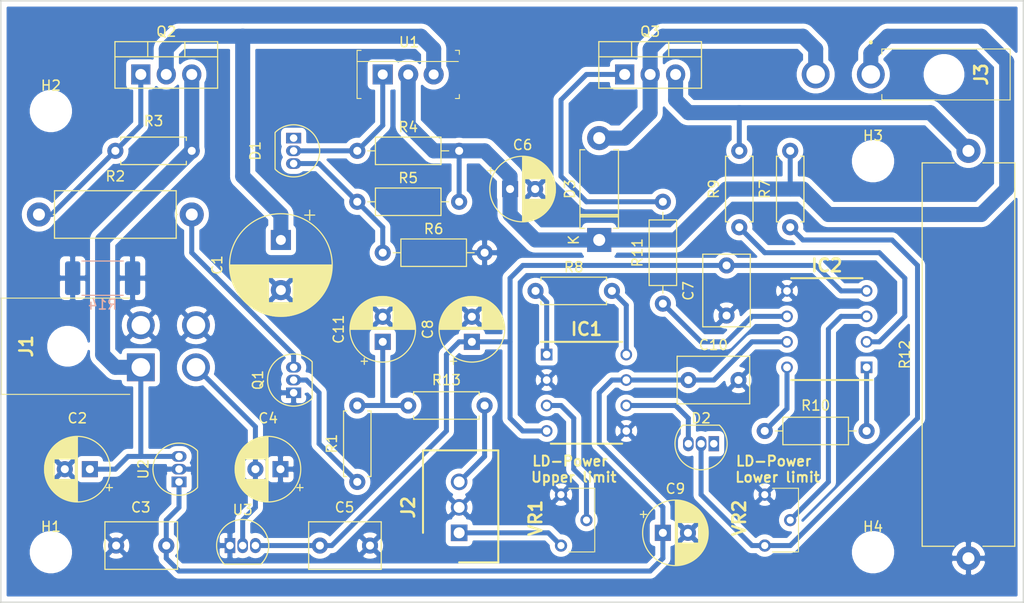
<source format=kicad_pcb>
(kicad_pcb (version 20171130) (host pcbnew 5.0.2+dfsg1-1)
  (layers (0 F.Cu signal hide) (31 B.Cu signal hide) (34 B.Paste user hide) (35 F.Paste user hide) (36 B.SilkS user hide) (37 F.SilkS user) (38 B.Mask user) (39 F.Mask user hide) (44 Edge.Cuts user))
  (net 0 "")
  (net 1 "Net-(C1-Pad1)")
  (net 2 GND)
  (net 3 "Net-(D1-Pad3)")
  (net 4 "Net-(D1-Pad2)")
  (net 5 "Net-(D2-Pad2)")
  (net 6 "Net-(D2-Pad3)")
  (net 7 "Net-(IC1-Pad1)")
  (net 8 "Net-(IC1-Pad3)")
  (net 9 "Net-(IC1-Pad8)")
  (net 10 "Net-(IC2-Pad8)")
  (net 11 "Net-(IC2-Pad2)")
  (net 12 "Net-(IC2-Pad1)")
  (net 13 "Net-(Q1-Pad2)")
  (net 14 "Net-(Q1-Pad3)")
  (net 15 "Net-(Q2-Pad1)")
  (net 16 "Net-(Q3-Pad1)")
  (net 17 /12V)
  (net 18 /9V)
  (net 19 /-12V)
  (net 20 /-9V)
  (net 21 /LD_power)
  (net 22 /LD_control)
  (net 23 /LD_On)
  (net 24 /I_control)
  (net 25 /I_set)
  (net 26 /I_Fb)
  (net 27 "Net-(C11-Pad1)")
  (net 28 "Net-(D3-Pad2)")
  (module Resistor_THT:R_Axial_DIN0207_L6.3mm_D2.5mm_P7.62mm_Horizontal (layer F.Cu) (at 180.34 83.82 270)
    (fp_text reference R7 (at 3.81 2.54 270) (layer F.SilkS))
    (fp_text value 511k)
    (pad 2 thru_hole oval (at 7.62 0 270) (size 1.6 1.6) (drill 0.8) (layers *.Cu *.Mask) (net 5 "Net-(D2-Pad2)"))
    (pad 1 thru_hole circle (at 0 0 270) (size 1.6 1.6) (drill 0.8) (layers *.Cu *.Mask) (net 21 /LD_power))
  )
  (module Package_TO_SOT_THT:TO-92_Inline (layer F.Cu) (at 172.72 113.03 180)
    (fp_text reference D2 (at 1.27 2.54 180) (layer F.SilkS))
    (fp_text value ICL8069)
    (pad 1 thru_hole rect (at 0 0 180) (size 1.05 1.5) (drill 0.75) (layers *.Cu *.Mask))
    (pad 3 thru_hole oval (at 2.54 0 180) (size 1.05 1.5) (drill 0.75) (layers *.Cu *.Mask) (net 6 "Net-(D2-Pad3)") (clearance 0.2))
    (pad 2 thru_hole oval (at 1.27 0 180) (size 1.05 1.5) (drill 0.75) (layers *.Cu *.Mask) (net 5 "Net-(D2-Pad2)") (clearance 0.2))
  )
  (module SamacSys_Parts:SHDR3W65P0X254_1X3_1097X721X1110P (layer F.Cu) (at 147.32 121.92 270)
    (fp_text reference J2 (at -2.54 5.08 270) (layer F.SilkS) (effects (font (size 1.27 1.27) (thickness 0.254))))
    (fp_text value 90136-1103 hide)
    (pad 3 thru_hole circle (at -5.08 0 270) (size 1.65 1.65) (drill 1.1) (layers *.Cu *.Mask) (net 23 /LD_On))
    (pad 2 thru_hole circle (at -2.54 0 270) (size 1.65 1.65) (drill 1.1) (layers *.Cu *.Mask) (net 2 GND))
    (pad 1 thru_hole rect (at 0 0 270) (size 1.65 1.65) (drill 1.1) (layers *.Cu *.Mask) (net 22 /LD_control))
  )
  (module Capacitor_THT:CP_Radial_D10.0mm_P5.00mm (layer F.Cu) (at 129.54 92.71 270)
    (fp_text reference C1 (at 2.5 6.35 270) (layer F.SilkS))
    (fp_text value 1000uF)
    (pad 2 thru_hole circle (at 5 0 270) (size 2 2) (drill 1) (layers *.Cu *.Mask) (net 2 GND))
    (pad 1 thru_hole rect (at 0 0 270) (size 2 2) (drill 1) (layers *.Cu *.Mask) (net 1 "Net-(C1-Pad1)"))
  )
  (module Capacitor_THT:CP_Radial_D6.3mm_P2.50mm (layer F.Cu) (at 110.49 115.57 180)
    (fp_text reference C2 (at 1.25 5.08 180) (layer F.SilkS))
    (fp_text value 10uF)
    (pad 2 thru_hole circle (at 2.5 0 180) (size 1.6 1.6) (drill 0.8) (layers *.Cu *.Mask) (net 2 GND))
    (pad 1 thru_hole rect (at 0 0 180) (size 1.6 1.6) (drill 0.8) (layers *.Cu *.Mask) (net 17 /12V))
  )
  (module Capacitor_THT:C_Rect_L7.0mm_W4.5mm_P5.00mm (layer F.Cu) (at 118.11 123.19 180)
    (fp_text reference C3 (at 2.54 3.81 180) (layer F.SilkS))
    (fp_text value 0.1uF)
    (pad 2 thru_hole circle (at 5 0 180) (size 1.6 1.6) (drill 0.8) (layers *.Cu *.Mask) (net 2 GND))
    (pad 1 thru_hole circle (at 0 0 180) (size 1.6 1.6) (drill 0.8) (layers *.Cu *.Mask) (net 18 /9V))
  )
  (module Capacitor_THT:CP_Radial_D6.3mm_P2.50mm (layer F.Cu) (at 129.5 115.57 180)
    (fp_text reference C4 (at 1.23 5.08 180) (layer F.SilkS))
    (fp_text value 10uF)
    (pad 2 thru_hole circle (at 2.5 0 180) (size 1.6 1.6) (drill 0.8) (layers *.Cu *.Mask) (net 19 /-12V))
    (pad 1 thru_hole rect (at 0 0 180) (size 1.6 1.6) (drill 0.8) (layers *.Cu *.Mask) (net 2 GND))
  )
  (module Capacitor_THT:C_Rect_L7.0mm_W4.5mm_P5.00mm (layer F.Cu) (at 138.43 123.19 180)
    (fp_text reference C5 (at 2.54 3.81 180) (layer F.SilkS))
    (fp_text value 0.1uF)
    (pad 1 thru_hole circle (at 0 0 180) (size 1.6 1.6) (drill 0.8) (layers *.Cu *.Mask) (net 2 GND))
    (pad 2 thru_hole circle (at 5 0 180) (size 1.6 1.6) (drill 0.8) (layers *.Cu *.Mask) (net 20 /-9V))
  )
  (module Capacitor_THT:CP_Radial_D6.3mm_P2.50mm (layer F.Cu) (at 152.4 87.63)
    (fp_text reference C6 (at 1.25 -4.4) (layer F.SilkS))
    (fp_text value 47uF)
    (pad 2 thru_hole circle (at 2.5 0) (size 1.6 1.6) (drill 0.8) (layers *.Cu *.Mask) (net 2 GND))
    (pad 1 thru_hole rect (at 0 0) (size 1.6 1.6) (drill 0.8) (layers *.Cu *.Mask) (net 21 /LD_power))
  )
  (module Capacitor_THT:C_Rect_L7.0mm_W4.5mm_P5.00mm (layer F.Cu) (at 173.99 95.25 270)
    (fp_text reference C7 (at 2.54 3.81 270) (layer F.SilkS))
    (fp_text value 0.1uF)
    (pad 1 thru_hole circle (at 0 0 270) (size 1.6 1.6) (drill 0.8) (layers *.Cu *.Mask) (net 20 /-9V))
    (pad 2 thru_hole circle (at 5 0 270) (size 1.6 1.6) (drill 0.8) (layers *.Cu *.Mask) (net 2 GND))
  )
  (module Capacitor_THT:CP_Radial_D6.3mm_P2.50mm (layer F.Cu) (at 148.59 102.87 90)
    (fp_text reference C8 (at 1.25 -4.4 90) (layer F.SilkS))
    (fp_text value 10uF)
    (pad 1 thru_hole rect (at 0 0 90) (size 1.6 1.6) (drill 0.8) (layers *.Cu *.Mask) (net 20 /-9V))
    (pad 2 thru_hole circle (at 2.5 0 90) (size 1.6 1.6) (drill 0.8) (layers *.Cu *.Mask) (net 2 GND))
  )
  (module Capacitor_THT:CP_Radial_D6.3mm_P2.50mm (layer F.Cu) (at 167.64 121.92)
    (fp_text reference C9 (at 1.25 -4.4) (layer F.SilkS))
    (fp_text value 10uF)
    (pad 1 thru_hole rect (at 0 0) (size 1.6 1.6) (drill 0.8) (layers *.Cu *.Mask) (net 18 /9V))
    (pad 2 thru_hole circle (at 2.5 0) (size 1.6 1.6) (drill 0.8) (layers *.Cu *.Mask) (net 2 GND))
  )
  (module Capacitor_THT:C_Rect_L7.0mm_W4.5mm_P5.00mm (layer F.Cu) (at 170.18 106.68)
    (fp_text reference C10 (at 2.5 -3.5) (layer F.SilkS))
    (fp_text value 0.1uF)
    (pad 1 thru_hole circle (at 0 0) (size 1.6 1.6) (drill 0.8) (layers *.Cu *.Mask) (net 18 /9V))
    (pad 2 thru_hole circle (at 5 0) (size 1.6 1.6) (drill 0.8) (layers *.Cu *.Mask) (net 2 GND))
  )
  (module Package_TO_SOT_THT:TO-92_Inline (layer F.Cu) (at 130.81 82.55 270)
    (fp_text reference D1 (at 1.27 3.81 270) (layer F.SilkS))
    (fp_text value LM329)
    (pad 1 thru_hole rect (at 0 0 270) (size 1.05 1.5) (drill 0.75) (layers *.Cu *.Mask))
    (pad 3 thru_hole oval (at 2.54 0 270) (size 1.05 1.5) (drill 0.75) (layers *.Cu *.Mask) (net 3 "Net-(D1-Pad3)") (clearance 0.2))
    (pad 2 thru_hole oval (at 1.27 0 270) (size 1.05 1.5) (drill 0.75) (layers *.Cu *.Mask) (net 4 "Net-(D1-Pad2)") (clearance 0.2))
  )
  (module SamacSys_Parts:DIP794W56P254L959H533Q8N (layer F.Cu) (at 160.02 107.95)
    (fp_text reference IC1 (at 0 -6.35) (layer F.SilkS) (effects (font (size 1.27 1.27) (thickness 0.254))))
    (fp_text value AD620ANZ hide)
    (pad 1 thru_hole rect (at -3.97 -3.81) (size 1.16 1.16) (drill 0.76) (layers *.Cu *.Mask) (net 7 "Net-(IC1-Pad1)"))
    (pad 2 thru_hole circle (at -3.97 -1.27) (size 1.16 1.16) (drill 0.76) (layers *.Cu *.Mask) (net 2 GND))
    (pad 3 thru_hole circle (at -3.97 1.27) (size 1.16 1.16) (drill 0.76) (layers *.Cu *.Mask) (net 8 "Net-(IC1-Pad3)"))
    (pad 4 thru_hole circle (at -3.97 3.81) (size 1.16 1.16) (drill 0.76) (layers *.Cu *.Mask) (net 20 /-9V))
    (pad 5 thru_hole circle (at 3.97 3.81) (size 1.16 1.16) (drill 0.76) (layers *.Cu *.Mask) (net 2 GND))
    (pad 6 thru_hole circle (at 3.97 1.27) (size 1.16 1.16) (drill 0.76) (layers *.Cu *.Mask) (net 6 "Net-(D2-Pad3)"))
    (pad 7 thru_hole circle (at 3.97 -1.27) (size 1.16 1.16) (drill 0.76) (layers *.Cu *.Mask) (net 18 /9V))
    (pad 8 thru_hole circle (at 3.97 -3.81) (size 1.16 1.16) (drill 0.76) (layers *.Cu *.Mask) (net 9 "Net-(IC1-Pad8)"))
  )
  (module SamacSys_Parts:DIP794W56P254L959H533Q8N (layer F.Cu) (at 183.99 101.6 180)
    (fp_text reference IC2 (at 0 6.35 180) (layer F.SilkS) (effects (font (size 1.27 1.27) (thickness 0.254))))
    (fp_text value AD620ANZ hide)
    (pad 1 thru_hole rect (at -3.97 -3.81 180) (size 1.16 1.16) (drill 0.76) (layers *.Cu *.Mask) (net 12 "Net-(IC2-Pad1)"))
    (pad 2 thru_hole circle (at -3.97 -1.27 180) (size 1.16 1.16) (drill 0.76) (layers *.Cu *.Mask) (net 11 "Net-(IC2-Pad2)"))
    (pad 3 thru_hole circle (at -3.97 1.27 180) (size 1.16 1.16) (drill 0.76) (layers *.Cu *.Mask) (net 25 /I_set))
    (pad 4 thru_hole circle (at -3.97 3.81 180) (size 1.16 1.16) (drill 0.76) (layers *.Cu *.Mask) (net 20 /-9V))
    (pad 5 thru_hole circle (at 3.97 3.81 180) (size 1.16 1.16) (drill 0.76) (layers *.Cu *.Mask) (net 2 GND))
    (pad 6 thru_hole circle (at 3.97 1.27 180) (size 1.16 1.16) (drill 0.76) (layers *.Cu *.Mask) (net 24 /I_control))
    (pad 7 thru_hole circle (at 3.97 -1.27 180) (size 1.16 1.16) (drill 0.76) (layers *.Cu *.Mask) (net 18 /9V))
    (pad 8 thru_hole circle (at 3.97 -3.81 180) (size 1.16 1.16) (drill 0.76) (layers *.Cu *.Mask) (net 10 "Net-(IC2-Pad8)"))
  )
  (module SamacSys_Parts:1724480004 (layer F.Cu) (at 115.57 105.41 270)
    (fp_text reference J1 (at -2.1 11.43 270) (layer F.SilkS) (effects (font (size 1.27 1.27) (thickness 0.254))))
    (fp_text value 172448-0004 hide)
    (pad 5 np_thru_hole circle (at -2.1 7.3 270) (size 3.05 0) (drill 3.05) (layers *.Cu *.Mask))
    (pad 4 thru_hole circle (at -4.2 -5.5 270) (size 2.775 2.775) (drill 1.85) (layers *.Cu *.Mask) (net 2 GND))
    (pad 3 thru_hole circle (at 0 -5.5 270) (size 2.775 2.775) (drill 1.85) (layers *.Cu *.Mask) (net 19 /-12V))
    (pad 2 thru_hole circle (at -4.2 0 270) (size 2.775 2.775) (drill 1.85) (layers *.Cu *.Mask) (net 2 GND))
    (pad 1 thru_hole rect (at 0 0 270) (size 2.775 2.775) (drill 1.85) (layers *.Cu *.Mask) (net 17 /12V))
  )
  (module SamacSys_Parts:1724480002 (layer F.Cu) (at 188.38 76.2 90)
    (fp_text reference J3 (at 0 11.01 90) (layer F.SilkS) (effects (font (size 1.27 1.27) (thickness 0.254))))
    (fp_text value 172448-0002 hide)
    (pad MH1 np_thru_hole circle (at 0 7.3 90) (size 3.05 0) (drill 3.05) (layers *.Cu *.Mask))
    (pad 2 thru_hole circle (at 0 -5.5 90) (size 2.775 2.775) (drill 1.85) (layers *.Cu *.Mask) (net 28 "Net-(D3-Pad2)"))
    (pad 1 thru_hole circle (at 0 0 90) (size 2.775 2.775) (drill 1.85) (layers *.Cu *.Mask) (net 21 /LD_power))
  )
  (module Package_TO_SOT_THT:TO-92_Inline (layer F.Cu) (at 130.81 107.95 90)
    (fp_text reference Q1 (at 1.27 -3.56 90) (layer F.SilkS))
    (fp_text value 2N3904)
    (pad 1 thru_hole rect (at 0 0 90) (size 1.05 1.5) (drill 0.75) (layers *.Cu *.Mask) (net 2 GND) (clearance 0.2))
    (pad 3 thru_hole oval (at 2.54 0 90) (size 1.05 1.5) (drill 0.75) (layers *.Cu *.Mask) (net 14 "Net-(Q1-Pad3)") (clearance 0.2))
    (pad 2 thru_hole oval (at 1.27 0 90) (size 1.05 1.5) (drill 0.75) (layers *.Cu *.Mask) (net 13 "Net-(Q1-Pad2)") (clearance 0.2))
  )
  (module Package_TO_SOT_THT:TO-220-3_Vertical (layer F.Cu) (at 115.57 76.2)
    (fp_text reference Q2 (at 2.54 -4.27) (layer F.SilkS))
    (fp_text value TIP42C)
    (pad 3 thru_hole oval (at 5.08 0) (size 1.905 2) (drill 1.1) (layers *.Cu *.Mask) (net 17 /12V))
    (pad 2 thru_hole oval (at 2.54 0) (size 1.905 2) (drill 1.1) (layers *.Cu *.Mask) (net 1 "Net-(C1-Pad1)"))
    (pad 1 thru_hole rect (at 0 0) (size 1.905 2) (drill 1.1) (layers *.Cu *.Mask) (net 15 "Net-(Q2-Pad1)"))
  )
  (module Package_TO_SOT_THT:TO-220-3_Vertical (layer F.Cu) (at 163.83 76.2)
    (fp_text reference Q3 (at 2.54 -4.27) (layer F.SilkS))
    (fp_text value BD911)
    (pad 1 thru_hole rect (at 0 0) (size 1.905 2) (drill 1.1) (layers *.Cu *.Mask) (net 16 "Net-(Q3-Pad1)"))
    (pad 2 thru_hole oval (at 2.54 0) (size 1.905 2) (drill 1.1) (layers *.Cu *.Mask) (net 28 "Net-(D3-Pad2)"))
    (pad 3 thru_hole oval (at 5.08 0) (size 1.905 2) (drill 1.1) (layers *.Cu *.Mask) (net 26 /I_Fb))
  )
  (module Resistor_THT:R_Axial_DIN0414_L11.9mm_D4.5mm_P15.24mm_Horizontal (layer F.Cu) (at 120.65 90.17 180)
    (fp_text reference R2 (at 7.62 3.81 180) (layer F.SilkS))
    (fp_text value "150R 1W")
    (pad 2 thru_hole oval (at 15.24 0 180) (size 2.4 2.4) (drill 1.2) (layers *.Cu *.Mask) (net 15 "Net-(Q2-Pad1)"))
    (pad 1 thru_hole circle (at 0 0 180) (size 2.4 2.4) (drill 1.2) (layers *.Cu *.Mask) (net 14 "Net-(Q1-Pad3)"))
  )
  (module Resistor_THT:R_Axial_DIN0207_L6.3mm_D2.5mm_P10.16mm_Horizontal (layer F.Cu) (at 137.16 83.82)
    (fp_text reference R4 (at 5.08 -2.37) (layer F.SilkS))
    (fp_text value 2k)
    (pad 1 thru_hole circle (at 0 0) (size 1.6 1.6) (drill 0.8) (layers *.Cu *.Mask) (net 4 "Net-(D1-Pad2)"))
    (pad 2 thru_hole oval (at 10.16 0) (size 1.6 1.6) (drill 0.8) (layers *.Cu *.Mask) (net 21 /LD_power))
  )
  (module Resistor_THT:R_Axial_DIN0207_L6.3mm_D2.5mm_P10.16mm_Horizontal (layer F.Cu) (at 137.16 88.9)
    (fp_text reference R5 (at 5.08 -2.37) (layer F.SilkS))
    (fp_text value 1k4)
    (pad 1 thru_hole circle (at 0 0) (size 1.6 1.6) (drill 0.8) (layers *.Cu *.Mask) (net 3 "Net-(D1-Pad3)"))
    (pad 2 thru_hole oval (at 10.16 0) (size 1.6 1.6) (drill 0.8) (layers *.Cu *.Mask) (net 21 /LD_power))
  )
  (module Resistor_THT:R_Axial_DIN0207_L6.3mm_D2.5mm_P10.16mm_Horizontal (layer F.Cu) (at 139.7 93.98)
    (fp_text reference R6 (at 5.08 -2.37) (layer F.SilkS))
    (fp_text value 249R)
    (pad 1 thru_hole circle (at 0 0) (size 1.6 1.6) (drill 0.8) (layers *.Cu *.Mask) (net 3 "Net-(D1-Pad3)"))
    (pad 2 thru_hole oval (at 10.16 0) (size 1.6 1.6) (drill 0.8) (layers *.Cu *.Mask) (net 2 GND))
  )
  (module Resistor_THT:R_Axial_DIN0207_L6.3mm_D2.5mm_P10.16mm_Horizontal (layer F.Cu) (at 187.96 111.76 180)
    (fp_text reference R10 (at 5.08 2.54 180) (layer F.SilkS))
    (fp_text value 249R)
    (pad 1 thru_hole circle (at 0 0 180) (size 1.6 1.6) (drill 0.8) (layers *.Cu *.Mask) (net 12 "Net-(IC2-Pad1)"))
    (pad 2 thru_hole oval (at 10.16 0 180) (size 1.6 1.6) (drill 0.8) (layers *.Cu *.Mask) (net 10 "Net-(IC2-Pad8)"))
  )
  (module digikey-footprints:TO-220-3 (layer F.Cu) (at 139.7 76.2)
    (fp_text reference U1 (at 2.62 -3.22) (layer F.SilkS))
    (fp_text value LM338)
    (pad 3 thru_hole circle (at 5.08 0) (size 2 2) (drill 1) (layers *.Cu *.Mask) (net 1 "Net-(C1-Pad1)"))
    (pad 2 thru_hole circle (at 2.54 0) (size 2 2) (drill 1) (layers *.Cu *.Mask) (net 21 /LD_power))
    (pad 1 thru_hole rect (at 0 0) (size 2 2) (drill 1) (layers *.Cu *.Mask) (net 4 "Net-(D1-Pad2)"))
  )
  (module Package_TO_SOT_THT:TO-92_Inline (layer F.Cu) (at 119.38 116.84 90)
    (fp_text reference U2 (at 1.27 -3.56 90) (layer F.SilkS))
    (fp_text value L78L09)
    (pad 1 thru_hole rect (at 0 0 90) (size 1.05 1.5) (drill 0.75) (layers *.Cu *.Mask) (net 18 /9V) (clearance 0.2))
    (pad 3 thru_hole oval (at 2.54 0 90) (size 1.05 1.5) (drill 0.75) (layers *.Cu *.Mask) (net 17 /12V) (clearance 0.2))
    (pad 2 thru_hole oval (at 1.27 0 90) (size 1.05 1.5) (drill 0.75) (layers *.Cu *.Mask) (net 2 GND) (clearance 0.2))
  )
  (module Package_TO_SOT_THT:TO-92_Inline (layer F.Cu) (at 124.46 123.19)
    (fp_text reference U3 (at 1.27 -3.56) (layer F.SilkS))
    (fp_text value L79L09)
    (pad 2 thru_hole oval (at 1.27 0) (size 1.05 1.5) (drill 0.75) (layers *.Cu *.Mask) (net 19 /-12V) (clearance 0.2))
    (pad 3 thru_hole oval (at 2.54 0) (size 1.05 1.5) (drill 0.75) (layers *.Cu *.Mask) (net 20 /-9V) (clearance 0.2))
    (pad 1 thru_hole rect (at 0 0) (size 1.05 1.5) (drill 0.75) (layers *.Cu *.Mask) (net 2 GND) (clearance 0.2))
  )
  (module SamacSys_Parts:64WR2KLF (layer F.Cu) (at 157.48 118.11 270)
    (fp_text reference VR1 (at 2.328 2.54 270) (layer F.SilkS) (effects (font (size 1.27 1.27) (thickness 0.254))))
    (fp_text value 64WR2KLF hide)
    (pad 3 thru_hole circle (at 5.08 0 270) (size 1.217 1.217) (drill 0.71) (layers *.Cu *.Mask) (net 22 /LD_control))
    (pad 2 thru_hole circle (at 2.54 -2.54 270) (size 1.217 1.217) (drill 0.71) (layers *.Cu *.Mask) (net 8 "Net-(IC1-Pad3)"))
    (pad 1 thru_hole circle (at 0 0 270) (size 1.217 1.217) (drill 0.71) (layers *.Cu *.Mask) (net 2 GND))
  )
  (module SamacSys_Parts:64WR2KLF (layer F.Cu) (at 177.8 118.11 270)
    (fp_text reference VR2 (at 2.328 2.54 270) (layer F.SilkS) (effects (font (size 1.27 1.27) (thickness 0.254))))
    (fp_text value 64WR2KLF hide)
    (pad 1 thru_hole circle (at 0 0 270) (size 1.217 1.217) (drill 0.71) (layers *.Cu *.Mask) (net 2 GND))
    (pad 2 thru_hole circle (at 2.54 -2.54 270) (size 1.217 1.217) (drill 0.71) (layers *.Cu *.Mask) (net 25 /I_set))
    (pad 3 thru_hole circle (at 5.08 0 270) (size 1.217 1.217) (drill 0.71) (layers *.Cu *.Mask) (net 5 "Net-(D2-Pad2)"))
  )
  (module Resistor_THT:R_Axial_Power_L38.0mm_W9.0mm_P40.64mm (layer F.Cu) (at 198.12 83.82 270)
    (fp_text reference R12 (at 20.32 6.35 270) (layer F.SilkS))
    (fp_text value "2R5 15W")
    (pad 2 thru_hole oval (at 40.64 0 270) (size 2.4 2.4) (drill 1.2) (layers *.Cu *.Mask) (net 2 GND))
    (pad 1 thru_hole circle (at 0 0 270) (size 2.4 2.4) (drill 1.2) (layers *.Cu *.Mask) (net 26 /I_Fb))
  )
  (module Diode_THT:D_DO-15_P10.16mm_Horizontal (layer F.Cu) (at 161.29 92.71 90)
    (fp_text reference D3 (at 5.08 -2.92 90) (layer F.SilkS))
    (fp_text value SB2100)
    (fp_text user K (at 0 -2.54 90) (layer F.SilkS))
    (pad 2 thru_hole oval (at 10.16 0 90) (size 2.4 2.4) (drill 1.2) (layers *.Cu *.Mask) (net 28 "Net-(D3-Pad2)"))
    (pad 1 thru_hole rect (at 0 0 90) (size 2.4 2.4) (drill 1.2) (layers *.Cu *.Mask) (net 21 /LD_power))
  )
  (module Resistor_THT:R_Axial_DIN0207_L6.3mm_D2.5mm_P10.16mm_Horizontal (layer F.Cu) (at 167.64 88.9 270)
    (fp_text reference R11 (at 5.08 2.54 270) (layer F.SilkS))
    (fp_text value 470R)
    (pad 2 thru_hole oval (at 10.16 0 270) (size 1.6 1.6) (drill 0.8) (layers *.Cu *.Mask) (net 24 /I_control))
    (pad 1 thru_hole circle (at 0 0 270) (size 1.6 1.6) (drill 0.8) (layers *.Cu *.Mask) (net 16 "Net-(Q3-Pad1)"))
  )
  (module Resistor_THT:R_Axial_DIN0207_L6.3mm_D2.5mm_P7.62mm_Horizontal (layer F.Cu) (at 154.94 97.79)
    (fp_text reference R8 (at 3.81 -2.37) (layer F.SilkS))
    (fp_text value 249k)
    (pad 2 thru_hole oval (at 7.62 0) (size 1.6 1.6) (drill 0.8) (layers *.Cu *.Mask) (net 9 "Net-(IC1-Pad8)"))
    (pad 1 thru_hole circle (at 0 0) (size 1.6 1.6) (drill 0.8) (layers *.Cu *.Mask) (net 7 "Net-(IC1-Pad1)"))
  )
  (module Resistor_THT:R_Axial_DIN0207_L6.3mm_D2.5mm_P7.62mm_Horizontal (layer F.Cu) (at 175.26 83.82 270)
    (fp_text reference R9 (at 3.81 2.54 270) (layer F.SilkS))
    (fp_text value 5k1)
    (pad 2 thru_hole oval (at 7.62 0 270) (size 1.6 1.6) (drill 0.8) (layers *.Cu *.Mask) (net 11 "Net-(IC2-Pad2)"))
    (pad 1 thru_hole circle (at 0 0 270) (size 1.6 1.6) (drill 0.8) (layers *.Cu *.Mask) (net 26 /I_Fb))
  )
  (module Capacitor_THT:CP_Radial_D6.3mm_P2.50mm (layer F.Cu) (at 139.7 102.87 90)
    (fp_text reference C11 (at 1.25 -4.4 90) (layer F.SilkS))
    (fp_text value 220uF)
    (pad 2 thru_hole circle (at 2.5 0 90) (size 1.6 1.6) (drill 0.8) (layers *.Cu *.Mask) (net 2 GND))
    (pad 1 thru_hole rect (at 0 0 90) (size 1.6 1.6) (drill 0.8) (layers *.Cu *.Mask) (net 27 "Net-(C11-Pad1)"))
  )
  (module Resistor_THT:R_Axial_DIN0207_L6.3mm_D2.5mm_P7.62mm_Horizontal (layer F.Cu) (at 137.16 109.22 270)
    (fp_text reference R1 (at 3.81 2.54 270) (layer F.SilkS))
    (fp_text value 1K)
    (pad 1 thru_hole circle (at 0 0 270) (size 1.6 1.6) (drill 0.8) (layers *.Cu *.Mask) (net 27 "Net-(C11-Pad1)"))
    (pad 2 thru_hole oval (at 7.62 0 270) (size 1.6 1.6) (drill 0.8) (layers *.Cu *.Mask) (net 13 "Net-(Q1-Pad2)"))
  )
  (module Resistor_THT:R_Axial_DIN0207_L6.3mm_D2.5mm_P7.62mm_Horizontal (layer F.Cu) (at 149.86 109.22 180)
    (fp_text reference R13 (at 3.81 2.54 180) (layer F.SilkS))
    (fp_text value 1K)
    (pad 2 thru_hole oval (at 7.62 0 180) (size 1.6 1.6) (drill 0.8) (layers *.Cu *.Mask) (net 27 "Net-(C11-Pad1)"))
    (pad 1 thru_hole circle (at 0 0 180) (size 1.6 1.6) (drill 0.8) (layers *.Cu *.Mask) (net 23 /LD_On))
  )
  (module MountingHole:MountingHole_3.2mm_M3 (layer F.Cu) (at 106.6 123.85)
    (fp_text reference H1 (at 0 -2.54) (layer F.SilkS))
    (fp_text value M3)
    (pad 1 np_thru_hole circle (at 0 0) (size 3.2 3.2) (drill 3.2) (layers *.Cu *.Mask))
  )
  (module MountingHole:MountingHole_3.2mm_M3 (layer F.Cu) (at 106.6 79.85)
    (fp_text reference H2 (at 0 -2.54) (layer F.SilkS))
    (fp_text value M3)
    (pad 1 np_thru_hole circle (at 0 0) (size 3.2 3.2) (drill 3.2) (layers *.Cu *.Mask))
  )
  (module MountingHole:MountingHole_3.2mm_M3 (layer F.Cu) (at 188.6 84.85)
    (fp_text reference H3 (at 0 -2.54) (layer F.SilkS))
    (fp_text value M3)
    (pad 1 np_thru_hole circle (at 0 0) (size 3.2 3.2) (drill 3.2) (layers *.Cu *.Mask))
  )
  (module MountingHole:MountingHole_3.2mm_M3 (layer F.Cu) (at 188.6 123.85)
    (fp_text reference H4 (at 0 -2.54) (layer F.SilkS))
    (fp_text value M3)
    (pad 1 np_thru_hole circle (at 0 0) (size 3.2 3.2) (drill 3.2) (layers *.Cu *.Mask))
  )
  (module Resistor_THT:R_Axial_DIN0207_L6.3mm_D2.5mm_P7.62mm_Horizontal (layer F.Cu) (at 120.65 83.82 180)
    (fp_text reference R3 (at 3.81 2.97 180) (layer F.SilkS))
    (fp_text value 1k)
    (pad 1 thru_hole circle (at 0 0 180) (size 1.6 1.6) (drill 0.8) (layers *.Cu *.Mask) (net 17 /12V))
    (pad 2 thru_hole oval (at 7.62 0 180) (size 1.6 1.6) (drill 0.8) (layers *.Cu *.Mask) (net 15 "Net-(Q2-Pad1)"))
  )
  (module Resistor_SMD:R_2512_6332Metric_Pad1.52x3.35mm_HandSolder (layer B.Cu) (at 111.76 96.52)
    (fp_text reference R14 (at 0 2.62) (layer B.SilkS) (effects (justify mirror)))
    (fp_text value 0R)
    (pad 1 smd roundrect (at -2.9875 0) (size 1.525 3.35) (layers B.Cu B.Paste B.Mask) (roundrect_rratio 0.163934) (net 2 GND))
    (pad 2 smd roundrect (at 2.9875 0) (size 1.525 3.35) (layers B.Cu B.Paste B.Mask) (roundrect_rratio 0.163934) (net 2 GND))
  )
  (gr_line (start 203.6 68.85) (end 101.6 68.85) (layer Edge.Cuts) (width 0.15))
  (gr_line (start 203.6 128.85) (end 203.6 68.85) (layer Edge.Cuts) (width 0.15))
  (gr_line (start 101.6 128.85) (end 203.6 128.85) (layer Edge.Cuts) (width 0.15))
  (gr_line (start 101.6 68.85) (end 101.6 128.85) (layer Edge.Cuts) (width 0.15))
  (gr_text "LD-Power \nUpper limit" (at 158.75 115.57) (layer F.SilkS) (effects (font (size 1 1) (thickness 0.2))))
  (gr_text "LD-Power \nLower limit" (at 179.07 115.57) (layer F.SilkS) (effects (font (size 1 1) (thickness 0.2))))
  (segment (start 118.11 76.2) (end 118.11 73.66) (width 1.5) (layer B.Cu) (net 1))
  (segment (start 118.11 73.66) (end 119.38 72.39) (width 1.5) (layer B.Cu) (net 1))
  (segment (start 143.51 72.39) (end 144.78 73.66) (width 1.5) (layer B.Cu) (net 1))
  (segment (start 144.78 73.66) (end 144.78 76.2) (width 1.5) (layer B.Cu) (net 1))
  (segment (start 129.54 92.71) (end 129.54 90.17) (width 1.5) (layer B.Cu) (net 1))
  (segment (start 129.54 90.17) (end 125.73 86.36) (width 1.5) (layer B.Cu) (net 1))
  (segment (start 125.73 86.36) (end 125.73 72.39) (width 1.5) (layer B.Cu) (net 1))
  (segment (start 119.38 72.39) (end 125.73 72.39) (width 1.5) (layer B.Cu) (net 1))
  (segment (start 125.73 72.39) (end 143.51 72.39) (width 1.5) (layer B.Cu) (net 1))
  (segment (start 133.35 85.09) (end 137.16 88.9) (width 0.5) (layer B.Cu) (net 3))
  (segment (start 130.81 85.09) (end 133.35 85.09) (width 0.5) (layer B.Cu) (net 3))
  (segment (start 137.16 88.9) (end 139.7 91.44) (width 0.5) (layer B.Cu) (net 3))
  (segment (start 139.7 91.44) (end 139.7 93.98) (width 0.5) (layer B.Cu) (net 3))
  (segment (start 137.16 83.82) (end 130.81 83.82) (width 0.5) (layer B.Cu) (net 4))
  (segment (start 137.16 83.82) (end 139.7 81.28) (width 0.5) (layer B.Cu) (net 4))
  (segment (start 139.7 81.28) (end 139.7 76.2) (width 0.5) (layer B.Cu) (net 4))
  (segment (start 180.34 123.19) (end 177.8 123.19) (width 0.5) (layer B.Cu) (net 5))
  (segment (start 193.04 110.49) (end 180.34 123.19) (width 0.5) (layer B.Cu) (net 5))
  (segment (start 193.04 95.25) (end 193.04 110.49) (width 0.5) (layer B.Cu) (net 5))
  (segment (start 190.5 92.71) (end 193.04 95.25) (width 0.5) (layer B.Cu) (net 5))
  (segment (start 180.34 91.44) (end 181.61 92.71) (width 0.5) (layer B.Cu) (net 5))
  (segment (start 181.61 92.71) (end 190.5 92.71) (width 0.5) (layer B.Cu) (net 5))
  (segment (start 176.53 123.19) (end 177.8 123.19) (width 0.5) (layer B.Cu) (net 5))
  (segment (start 171.45 118.11) (end 176.53 123.19) (width 0.5) (layer B.Cu) (net 5))
  (segment (start 171.45 118.11) (end 171.45 113.03) (width 0.5) (layer B.Cu) (net 5))
  (segment (start 170.18 110.49) (end 170.18 113.03) (width 0.5) (layer B.Cu) (net 6))
  (segment (start 170.18 110.49) (end 168.91 109.22) (width 0.5) (layer B.Cu) (net 6))
  (segment (start 168.91 109.22) (end 163.99 109.22) (width 0.5) (layer B.Cu) (net 6))
  (segment (start 156.05 98.9) (end 154.94 97.79) (width 0.5) (layer B.Cu) (net 7))
  (segment (start 156.05 104.14) (end 156.05 98.9) (width 0.5) (layer B.Cu) (net 7))
  (segment (start 157.48 109.22) (end 158.75 110.49) (width 0.5) (layer B.Cu) (net 8))
  (segment (start 156.05 109.22) (end 157.48 109.22) (width 0.5) (layer B.Cu) (net 8))
  (segment (start 160.02 116.84) (end 160.02 120.65) (width 0.5) (layer B.Cu) (net 8))
  (segment (start 158.75 115.57) (end 160.02 116.84) (width 0.5) (layer B.Cu) (net 8))
  (segment (start 158.75 110.49) (end 158.75 115.57) (width 0.5) (layer B.Cu) (net 8))
  (segment (start 163.99 99.22) (end 162.56 97.79) (width 0.5) (layer B.Cu) (net 9))
  (segment (start 163.99 104.14) (end 163.99 99.22) (width 0.5) (layer B.Cu) (net 9))
  (segment (start 180.02 109.54) (end 177.8 111.76) (width 0.5) (layer B.Cu) (net 10))
  (segment (start 180.02 105.41) (end 180.02 109.54) (width 0.5) (layer B.Cu) (net 10))
  (segment (start 187.96 102.87) (end 189.23 102.87) (width 0.5) (layer B.Cu) (net 11))
  (segment (start 189.23 102.87) (end 191.77 100.33) (width 0.5) (layer B.Cu) (net 11))
  (segment (start 191.77 100.33) (end 191.77 96.52) (width 0.5) (layer B.Cu) (net 11))
  (segment (start 191.77 96.52) (end 189.23 93.98) (width 0.5) (layer B.Cu) (net 11))
  (segment (start 175.26 91.44) (end 177.8 93.98) (width 0.5) (layer B.Cu) (net 11))
  (segment (start 177.8 93.98) (end 189.23 93.98) (width 0.5) (layer B.Cu) (net 11))
  (segment (start 187.96 105.41) (end 187.96 111.76) (width 0.5) (layer B.Cu) (net 12))
  (segment (start 130.81 106.68) (end 132.08 106.68) (width 0.5) (layer B.Cu) (net 13))
  (segment (start 132.08 106.68) (end 133.35 107.95) (width 0.5) (layer B.Cu) (net 13))
  (segment (start 133.35 113.03) (end 137.16 116.84) (width 0.5) (layer B.Cu) (net 13))
  (segment (start 133.35 107.95) (end 133.35 113.03) (width 0.5) (layer B.Cu) (net 13))
  (segment (start 130.81 105.41) (end 130.81 104.14) (width 0.5) (layer B.Cu) (net 14))
  (segment (start 130.81 104.14) (end 120.65 93.98) (width 0.5) (layer B.Cu) (net 14))
  (segment (start 120.65 93.98) (end 120.65 90.17) (width 0.5) (layer B.Cu) (net 14))
  (segment (start 105.41 90.17) (end 106.68 90.17) (width 0.5) (layer B.Cu) (net 15))
  (segment (start 106.68 90.17) (end 113.03 83.82) (width 0.5) (layer B.Cu) (net 15))
  (segment (start 113.03 83.82) (end 115.57 81.28) (width 0.5) (layer B.Cu) (net 15))
  (segment (start 115.57 81.28) (end 115.57 76.2) (width 0.5) (layer B.Cu) (net 15))
  (segment (start 163.83 76.2) (end 160.02 76.2) (width 0.5) (layer B.Cu) (net 16))
  (segment (start 160.02 76.2) (end 157.48 78.74) (width 0.5) (layer B.Cu) (net 16))
  (segment (start 157.48 78.74) (end 157.48 86.36) (width 0.5) (layer B.Cu) (net 16))
  (segment (start 157.48 86.36) (end 160.02 88.9) (width 0.5) (layer B.Cu) (net 16))
  (segment (start 160.02 88.9) (end 167.64 88.9) (width 0.5) (layer B.Cu) (net 16))
  (segment (start 115.57 105.41) (end 115.57 114.3) (width 0.5) (layer B.Cu) (net 17))
  (segment (start 110.49 115.57) (end 113.03 115.57) (width 0.5) (layer B.Cu) (net 17))
  (segment (start 114.3 114.3) (end 119.38 114.3) (width 0.5) (layer B.Cu) (net 17))
  (segment (start 113.03 115.57) (end 114.3 114.3) (width 0.5) (layer B.Cu) (net 17))
  (segment (start 111.76 104.14) (end 111.76 92.71) (width 1.5) (layer B.Cu) (net 17))
  (segment (start 113.03 105.41) (end 111.76 104.14) (width 1.5) (layer B.Cu) (net 17))
  (segment (start 115.57 105.41) (end 113.03 105.41) (width 1.5) (layer B.Cu) (net 17))
  (segment (start 111.76 92.71) (end 120.65 83.82) (width 1.5) (layer B.Cu) (net 17))
  (segment (start 120.65 76.2) (end 120.65 83.82) (width 1.5) (layer B.Cu) (net 17))
  (segment (start 167.64 124.46) (end 166.37 125.73) (width 0.5) (layer B.Cu) (net 18))
  (segment (start 162.56 106.68) (end 161.29 107.95) (width 0.5) (layer B.Cu) (net 18))
  (segment (start 161.32 113.03) (end 167.64 119.35) (width 0.5) (layer B.Cu) (net 18))
  (segment (start 161.29 107.95) (end 161.29 113.03) (width 0.5) (layer B.Cu) (net 18))
  (segment (start 161.29 113.03) (end 161.32 113.03) (width 0.5) (layer B.Cu) (net 18))
  (segment (start 162.56 106.68) (end 163.99 106.68) (width 0.5) (layer B.Cu) (net 18))
  (segment (start 167.64 119.35) (end 167.64 121.92) (width 0.5) (layer B.Cu) (net 18))
  (segment (start 167.64 124.46) (end 167.64 121.92) (width 0.5) (layer B.Cu) (net 18))
  (segment (start 163.99 106.68) (end 170.18 106.68) (width 0.5) (layer B.Cu) (net 18))
  (segment (start 180.02 102.87) (end 176.53 102.87) (width 0.5) (layer B.Cu) (net 18))
  (segment (start 176.53 102.87) (end 172.72 106.68) (width 0.5) (layer B.Cu) (net 18))
  (segment (start 172.72 106.68) (end 170.18 106.68) (width 0.5) (layer B.Cu) (net 18))
  (segment (start 119.38 125.73) (end 118.11 124.46) (width 0.5) (layer B.Cu) (net 18))
  (segment (start 118.11 124.46) (end 118.11 123.19) (width 0.5) (layer B.Cu) (net 18))
  (segment (start 166.37 125.73) (end 119.38 125.73) (width 0.5) (layer B.Cu) (net 18))
  (segment (start 119.38 119.38) (end 119.38 116.84) (width 0.5) (layer B.Cu) (net 18))
  (segment (start 118.11 120.65) (end 119.38 119.38) (width 0.5) (layer B.Cu) (net 18))
  (segment (start 118.11 123.19) (end 118.11 120.65) (width 0.5) (layer B.Cu) (net 18))
  (segment (start 125.73 120.65) (end 125.73 123.19) (width 0.5) (layer B.Cu) (net 19))
  (segment (start 127 111.34) (end 127 115.57) (width 0.5) (layer B.Cu) (net 19))
  (segment (start 121.07 105.41) (end 127 111.34) (width 0.5) (layer B.Cu) (net 19))
  (segment (start 127 119.38) (end 125.73 120.65) (width 0.5) (layer B.Cu) (net 19))
  (segment (start 127 115.57) (end 127 119.38) (width 0.5) (layer B.Cu) (net 19))
  (segment (start 152.4 102.87) (end 152.4 96.52) (width 0.5) (layer B.Cu) (net 20))
  (segment (start 153.67 111.76) (end 156.05 111.76) (width 0.5) (layer B.Cu) (net 20))
  (segment (start 152.4 102.87) (end 152.4 110.49) (width 0.5) (layer B.Cu) (net 20))
  (segment (start 152.4 110.49) (end 153.67 111.76) (width 0.5) (layer B.Cu) (net 20))
  (segment (start 152.4 96.52) (end 153.67 95.25) (width 0.5) (layer B.Cu) (net 20))
  (segment (start 153.67 95.25) (end 182.88 95.25) (width 0.5) (layer B.Cu) (net 20))
  (segment (start 182.88 95.25) (end 185.42 97.79) (width 0.5) (layer B.Cu) (net 20))
  (segment (start 185.42 97.79) (end 187.96 97.79) (width 0.5) (layer B.Cu) (net 20))
  (segment (start 127 123.19) (end 133.43 123.19) (width 0.5) (layer B.Cu) (net 20))
  (segment (start 133.43 123.19) (end 134.62 123.19) (width 0.5) (layer B.Cu) (net 20))
  (segment (start 134.62 123.19) (end 146.05 111.76) (width 0.5) (layer B.Cu) (net 20))
  (segment (start 146.05 111.76) (end 146.05 104.14) (width 0.5) (layer B.Cu) (net 20))
  (segment (start 146.05 104.14) (end 147.32 102.87) (width 0.5) (layer B.Cu) (net 20))
  (segment (start 147.32 102.87) (end 152.4 102.87) (width 0.5) (layer B.Cu) (net 20))
  (segment (start 188.38 76.2) (end 188.38 74.08) (width 1.5) (layer B.Cu) (net 21))
  (segment (start 188.38 74.08) (end 190.07 72.39) (width 1.5) (layer B.Cu) (net 21))
  (segment (start 190.07 72.39) (end 199.39 72.39) (width 1.5) (layer B.Cu) (net 21))
  (segment (start 199.39 72.39) (end 201.93 74.93) (width 1.5) (layer B.Cu) (net 21))
  (segment (start 147.32 83.82) (end 147.32 88.9) (width 0.5) (layer B.Cu) (net 21))
  (segment (start 152.4 90.17) (end 154.94 92.71) (width 1.5) (layer B.Cu) (net 21))
  (segment (start 154.94 92.71) (end 161.29 92.71) (width 1.5) (layer B.Cu) (net 21))
  (segment (start 149.86 83.82) (end 152.4 86.36) (width 1.5) (layer B.Cu) (net 21))
  (segment (start 152.4 86.36) (end 152.4 90.17) (width 1.5) (layer B.Cu) (net 21))
  (segment (start 147.32 83.82) (end 149.86 83.82) (width 1.5) (layer B.Cu) (net 21))
  (segment (start 161.29 92.71) (end 168.91 92.71) (width 1.5) (layer B.Cu) (net 21))
  (segment (start 168.91 92.71) (end 173.99 87.63) (width 1.5) (layer B.Cu) (net 21))
  (segment (start 180.34 83.82) (end 180.34 87.63) (width 0.5) (layer B.Cu) (net 21))
  (segment (start 173.99 87.63) (end 180.34 87.63) (width 1.5) (layer B.Cu) (net 21))
  (segment (start 199.39 90.17) (end 201.93 87.63) (width 1.5) (layer B.Cu) (net 21))
  (segment (start 201.93 74.93) (end 201.93 87.63) (width 1.5) (layer B.Cu) (net 21))
  (segment (start 180.34 87.63) (end 181.61 87.63) (width 1.5) (layer B.Cu) (net 21))
  (segment (start 181.61 87.63) (end 184.15 90.17) (width 1.5) (layer B.Cu) (net 21))
  (segment (start 184.15 90.17) (end 199.39 90.17) (width 1.5) (layer B.Cu) (net 21))
  (segment (start 142.24 76.2) (end 142.24 81.28) (width 1.5) (layer B.Cu) (net 21))
  (segment (start 144.78 83.82) (end 147.32 83.82) (width 1.5) (layer B.Cu) (net 21))
  (segment (start 142.24 81.28) (end 144.78 83.82) (width 1.5) (layer B.Cu) (net 21))
  (segment (start 156.21 121.92) (end 157.48 123.19) (width 0.5) (layer B.Cu) (net 22))
  (segment (start 147.32 121.92) (end 156.21 121.92) (width 0.5) (layer B.Cu) (net 22))
  (segment (start 147.32 116.84) (end 149.86 114.3) (width 0.5) (layer B.Cu) (net 23))
  (segment (start 149.86 114.3) (end 149.86 109.22) (width 0.5) (layer B.Cu) (net 23))
  (segment (start 180.02 100.33) (end 176.53 100.33) (width 0.5) (layer B.Cu) (net 24))
  (segment (start 176.53 100.33) (end 173.99 102.87) (width 0.5) (layer B.Cu) (net 24))
  (segment (start 171.45 102.87) (end 167.64 99.06) (width 0.5) (layer B.Cu) (net 24))
  (segment (start 173.99 102.87) (end 171.45 102.87) (width 0.5) (layer B.Cu) (net 24))
  (segment (start 180.34 120.65) (end 184.15 116.84) (width 0.5) (layer B.Cu) (net 25))
  (segment (start 184.15 101.6) (end 185.42 100.33) (width 0.5) (layer B.Cu) (net 25))
  (segment (start 184.15 101.6) (end 184.15 116.84) (width 0.5) (layer B.Cu) (net 25))
  (segment (start 185.42 100.33) (end 187.96 100.33) (width 0.5) (layer B.Cu) (net 25))
  (segment (start 168.91 76.2) (end 168.91 78.74) (width 1.5) (layer B.Cu) (net 26))
  (segment (start 168.91 78.74) (end 170.18 80.01) (width 1.5) (layer B.Cu) (net 26))
  (segment (start 194.31 80.01) (end 198.12 83.82) (width 1.5) (layer B.Cu) (net 26))
  (segment (start 175.26 83.82) (end 175.26 80.01) (width 0.5) (layer B.Cu) (net 26))
  (segment (start 170.18 80.01) (end 175.26 80.01) (width 1.5) (layer B.Cu) (net 26))
  (segment (start 175.26 80.01) (end 194.31 80.01) (width 1.5) (layer B.Cu) (net 26))
  (segment (start 142.24 109.22) (end 139.7 109.22) (width 0.5) (layer B.Cu) (net 27))
  (segment (start 139.7 102.87) (end 139.7 109.22) (width 0.5) (layer B.Cu) (net 27))
  (segment (start 139.7 109.22) (end 137.16 109.22) (width 0.5) (layer B.Cu) (net 27))
  (segment (start 166.37 76.2) (end 166.37 73.66) (width 1.5) (layer B.Cu) (net 28))
  (segment (start 166.37 73.66) (end 167.64 72.39) (width 1.5) (layer B.Cu) (net 28))
  (segment (start 167.64 72.39) (end 181.61 72.39) (width 1.5) (layer B.Cu) (net 28))
  (segment (start 181.61 72.39) (end 182.88 73.66) (width 1.5) (layer B.Cu) (net 28))
  (segment (start 182.88 73.66) (end 182.88 76.2) (width 1.5) (layer B.Cu) (net 28))
  (segment (start 166.37 76.2) (end 166.37 80.01) (width 1.5) (layer B.Cu) (net 28))
  (segment (start 166.37 80.01) (end 163.83 82.55) (width 1.5) (layer B.Cu) (net 28))
  (segment (start 163.83 82.55) (end 161.29 82.55) (width 1.5) (layer B.Cu) (net 28))
  (zone (net 2) (net_name GND) (layer B.Cu) (connect_pads (clearance 0.508)) (min_thickness 0.254) (fill yes (arc_segments 32) (thermal_gap 0.508) (thermal_bridge_width 0.508))
    (polygon (pts (xy 101.6 128.85) (xy 101.6 68.85) (xy 203.6 68.85) (xy 203.6 128.85)))
  )
)
</source>
